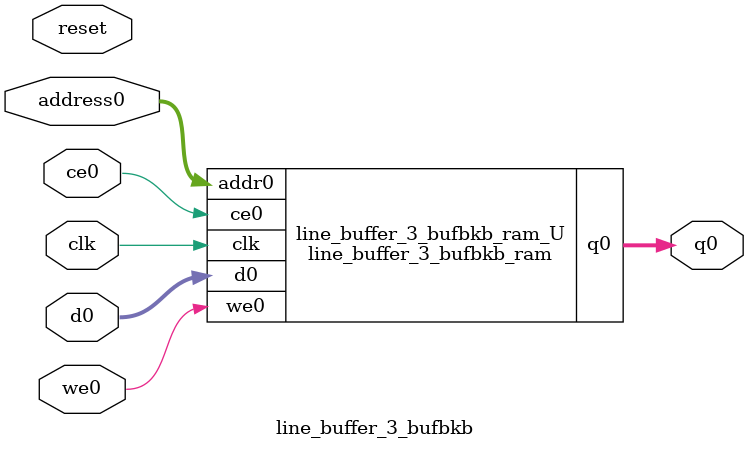
<source format=v>

`timescale 1 ns / 1 ps
module line_buffer_3_bufbkb_ram (addr0, ce0, d0, we0, q0,  clk);

parameter DWIDTH = 16;
parameter AWIDTH = 11;
parameter MEM_SIZE = 1040;

input[AWIDTH-1:0] addr0;
input ce0;
input[DWIDTH-1:0] d0;
input we0;
output reg[DWIDTH-1:0] q0;
input clk;

(* ram_style = "block" *)reg [DWIDTH-1:0] ram[0:MEM_SIZE-1];




always @(posedge clk)  
begin 
    if (ce0) 
    begin
        if (we0) 
        begin 
            ram[addr0] <= d0; 
            q0 <= d0;
        end 
        else 
            q0 <= ram[addr0];
    end
end


endmodule


`timescale 1 ns / 1 ps
module line_buffer_3_bufbkb(
    reset,
    clk,
    address0,
    ce0,
    we0,
    d0,
    q0);

parameter DataWidth = 32'd16;
parameter AddressRange = 32'd1040;
parameter AddressWidth = 32'd11;
input reset;
input clk;
input[AddressWidth - 1:0] address0;
input ce0;
input we0;
input[DataWidth - 1:0] d0;
output[DataWidth - 1:0] q0;



line_buffer_3_bufbkb_ram line_buffer_3_bufbkb_ram_U(
    .clk( clk ),
    .addr0( address0 ),
    .ce0( ce0 ),
    .d0( d0 ),
    .we0( we0 ),
    .q0( q0 ));

endmodule


</source>
